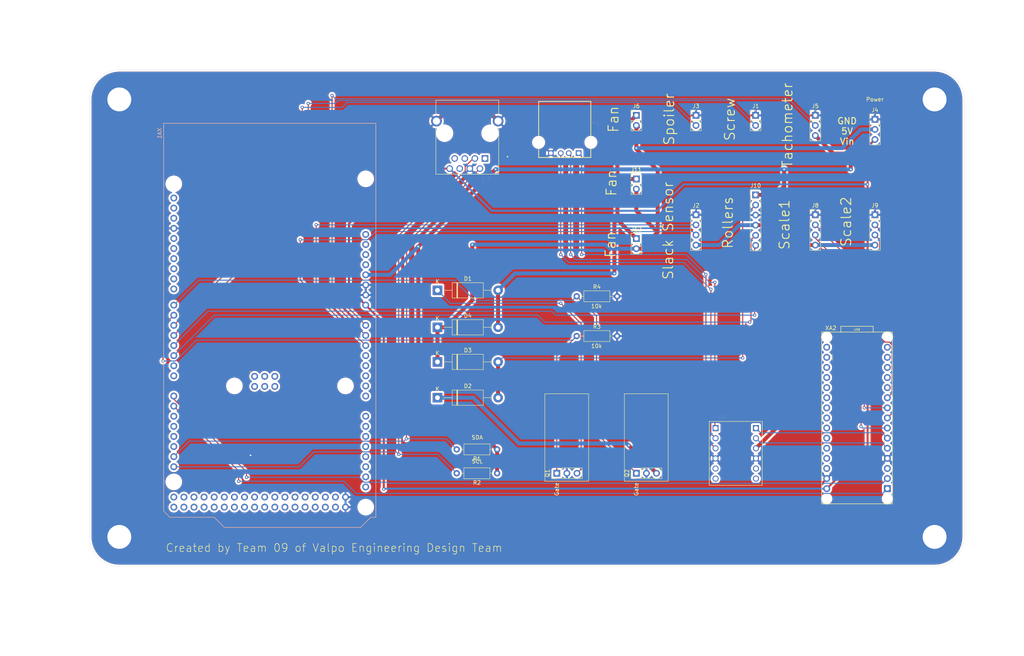
<source format=kicad_pcb>
(kicad_pcb (version 20171130) (host pcbnew "(5.1.6)-1")
  (layers (0 F.Cu signal) (31 B.Cu signal) (34 B.Paste user) (35 F.Paste user) (36 B.SilkS user) (37 F.SilkS user) (38 B.Mask user) (39 F.Mask user) (44 Edge.Cuts user))
  (net 0 "")
  (net 1 Fans-)
  (net 2 RollerMotor-)
  (net 3 ScrewMotor)
  (net 4 SlackS1)
  (net 5 SlackS0)
  (net 6 +3V3)
  (net 7 SpollerMotor)
  (net 8 TactSignal)
  (net 9 "Net-(J7-Pad7)")
  (net 10 "Net-(J7-Pad6)")
  (net 11 "Net-(J7-Pad5)")
  (net 12 SCL)
  (net 13 SDA)
  (net 14 ScaleCLK1)
  (net 15 ScaleD1)
  (net 16 ScaleCLK2)
  (net 17 ScaleD2)
  (net 18 EncoderB)
  (net 19 EncoderA)
  (net 20 "Net-(P1-Pad2)")
  (net 21 "Net-(P1-Pad1)")
  (net 22 FansSpeed)
  (net 23 "Net-(U1-PadHV4)")
  (net 24 "Net-(U1-PadHV3)")
  (net 25 DialCLK)
  (net 26 DialData)
  (net 27 "Net-(U1-PadLV4)")
  (net 28 "Net-(U1-PadLV3)")
  (net 29 "Net-(XA1-PadMISO)")
  (net 30 "Net-(XA1-PadD53)")
  (net 31 "Net-(XA1-PadD52)")
  (net 32 "Net-(XA1-PadD51)")
  (net 33 "Net-(XA1-PadD50)")
  (net 34 "Net-(XA1-PadD49)")
  (net 35 "Net-(XA1-PadD48)")
  (net 36 "Net-(XA1-PadD47)")
  (net 37 "Net-(XA1-PadD46)")
  (net 38 "Net-(XA1-PadD45)")
  (net 39 "Net-(XA1-PadD44)")
  (net 40 "Net-(XA1-PadD43)")
  (net 41 "Net-(XA1-PadD42)")
  (net 42 "Net-(XA1-PadD41)")
  (net 43 "Net-(XA1-PadD40)")
  (net 44 "Net-(XA1-PadD39)")
  (net 45 "Net-(XA1-PadD38)")
  (net 46 "Net-(XA1-PadD37)")
  (net 47 "Net-(XA1-PadD36)")
  (net 48 "Net-(XA1-PadD35)")
  (net 49 "Net-(XA1-PadD34)")
  (net 50 "Net-(XA1-PadD33)")
  (net 51 "Net-(XA1-PadD32)")
  (net 52 "Net-(XA1-PadD31)")
  (net 53 "Net-(XA1-PadD30)")
  (net 54 "Net-(XA1-PadD29)")
  (net 55 "Net-(XA1-PadD28)")
  (net 56 "Net-(XA1-PadD27)")
  (net 57 "Net-(XA1-PadD26)")
  (net 58 "Net-(XA1-PadA15)")
  (net 59 "Net-(XA1-PadA14)")
  (net 60 "Net-(XA1-PadA13)")
  (net 61 "Net-(XA1-PadA12)")
  (net 62 "Net-(XA1-PadA11)")
  (net 63 "Net-(XA1-PadA10)")
  (net 64 "Net-(XA1-PadA9)")
  (net 65 "Net-(XA1-PadA8)")
  (net 66 "Net-(XA1-PadA7)")
  (net 67 "Net-(XA1-PadA6)")
  (net 68 "Net-(XA1-PadA5)")
  (net 69 "Net-(XA1-PadA4)")
  (net 70 "Net-(XA1-PadA3)")
  (net 71 "Net-(XA1-PadAREF)")
  (net 72 "Net-(XA1-PadSDA)")
  (net 73 "Net-(XA1-PadSCL)")
  (net 74 "Net-(XA1-PadD9)")
  (net 75 "Net-(XA1-PadD8)")
  (net 76 "Net-(XA1-PadD1)")
  (net 77 "Net-(XA1-PadD0)")
  (net 78 "Net-(XA1-PadD16)")
  (net 79 "Net-(XA1-PadD17)")
  (net 80 "Net-(XA1-PadIORF)")
  (net 81 "Net-(XA1-PadRST1)")
  (net 82 Vin)
  (net 83 "Net-(XA1-Pad5V2)")
  (net 84 "Net-(XA1-PadSCK)")
  (net 85 "Net-(XA1-PadMOSI)")
  (net 86 "Net-(XA1-PadGND4)")
  (net 87 "Net-(XA1-PadRST2)")
  (net 88 "Net-(XA2-PadRST1)")
  (net 89 "Net-(XA2-PadD8)")
  (net 90 "Net-(XA2-PadD9)")
  (net 91 "Net-(XA2-PadD10)")
  (net 92 "Net-(XA2-PadD11)")
  (net 93 "Net-(XA2-PadD12)")
  (net 94 "Net-(XA2-PadD13)")
  (net 95 "Net-(XA2-PadAREF)")
  (net 96 "Net-(XA2-PadA0)")
  (net 97 "Net-(XA2-PadA1)")
  (net 98 "Net-(XA2-PadA2)")
  (net 99 "Net-(XA2-PadA3)")
  (net 100 "Net-(XA2-PadA4)")
  (net 101 "Net-(XA2-PadA5)")
  (net 102 "Net-(XA2-PadA6)")
  (net 103 "Net-(XA2-PadA7)")
  (net 104 "Net-(XA2-PadRST2)")
  (net 105 "Net-(XA1-PadD25)")
  (net 106 "Net-(XA1-PadD24)")
  (net 107 "Net-(XA1-PadD23)")
  (net 108 "Net-(XA1-PadD22)")
  (net 109 GND)
  (net 110 +5V)
  (net 111 "Net-(XA1-Pad5V4)")
  (net 112 "Net-(XA1-Pad5V3)")
  (net 113 "Net-(XA2-Pad5V)")
  (net 114 "Net-(D1-Pad1)")
  (net 115 "Net-(D2-Pad1)")
  (net 116 LV2)
  (net 117 "Net-(XA2-Pad3V3)")
  (net 118 "Net-(XA1-PadD11)")
  (net 119 "Net-(XA1-PadD12)")
  (net 120 "Net-(XA1-PadD13)")
  (net 121 "Net-(XA1-PadD10)")
  (net 122 UartToNano)
  (net 123 UartToMega)
  (net 124 "Net-(XA1-PadD18)")
  (net 125 "Net-(XA1-PadD19)")
  (net 126 RollerSpeed)
  (net 127 5Vin)
  (net 128 "Net-(J7-Pad1)")
  (module Arduino:Arduino_Mega2560_Shield (layer B.Cu) (at 109.5 46 270)
    (fp_text reference XA1 (at 2.54 54.356 270) (layer B.SilkS) (effects (justify mirror)))
    (fp_text value Arduino_Mega2560_Shield)
    (fp_text user . (at 62.484 32.004 270) (layer B.SilkS) (effects (justify mirror)))
    (pad MISO thru_hole oval (at 63.627 30.48 270) (size 1.7272 1.7272) (drill 1.016) (layers *.Cu *.Mask) (net 29 "Net-(XA1-PadMISO)"))
    (pad GND6 thru_hole oval (at 96.52 7.62 270) (size 1.7272 1.7272) (drill 1.016) (layers *.Cu *.Mask) (net 109 GND))
    (pad GND5 thru_hole oval (at 93.98 7.62 270) (size 1.7272 1.7272) (drill 1.016) (layers *.Cu *.Mask) (net 109 GND))
    (pad D53 thru_hole oval (at 96.52 10.16 270) (size 1.7272 1.7272) (drill 1.016) (layers *.Cu *.Mask) (net 30 "Net-(XA1-PadD53)"))
    (pad D52 thru_hole oval (at 93.98 10.16 270) (size 1.7272 1.7272) (drill 1.016) (layers *.Cu *.Mask) (net 31 "Net-(XA1-PadD52)"))
    (pad D51 thru_hole oval (at 96.52 12.7 270) (size 1.7272 1.7272) (drill 1.016) (layers *.Cu *.Mask) (net 32 "Net-(XA1-PadD51)"))
    (pad D50 thru_hole oval (at 93.98 12.7 270) (size 1.7272 1.7272) (drill 1.016) (layers *.Cu *.Mask) (net 33 "Net-(XA1-PadD50)"))
    (pad D49 thru_hole oval (at 96.52 15.24 270) (size 1.7272 1.7272) (drill 1.016) (layers *.Cu *.Mask) (net 34 "Net-(XA1-PadD49)"))
    (pad D48 thru_hole oval (at 93.98 15.24 270) (size 1.7272 1.7272) (drill 1.016) (layers *.Cu *.Mask) (net 35 "Net-(XA1-PadD48)"))
    (pad D47 thru_hole oval (at 96.52 17.78 270) (size 1.7272 1.7272) (drill 1.016) (layers *.Cu *.Mask) (net 36 "Net-(XA1-PadD47)"))
    (pad D46 thru_hole oval (at 93.98 17.78 270) (size 1.7272 1.7272) (drill 1.016) (layers *.Cu *.Mask) (net 37 "Net-(XA1-PadD46)"))
    (pad D45 thru_hole oval (at 96.52 20.32 270) (size 1.7272 1.7272) (drill 1.016) (layers *.Cu *.Mask) (net 38 "Net-(XA1-PadD45)"))
    (pad D44 thru_hole oval (at 93.98 20.32 270) (size 1.7272 1.7272) (drill 1.016) (layers *.Cu *.Mask) (net 39 "Net-(XA1-PadD44)"))
    (pad D43 thru_hole oval (at 96.52 22.86 270) (size 1.7272 1.7272) (drill 1.016) (layers *.Cu *.Mask) (net 40 "Net-(XA1-PadD43)"))
    (pad D42 thru_hole oval (at 93.98 22.86 270) (size 1.7272 1.7272) (drill 1.016) (layers *.Cu *.Mask) (net 41 "Net-(XA1-PadD42)"))
    (pad D41 thru_hole oval (at 96.52 25.4 270) (size 1.7272 1.7272) (drill 1.016) (layers *.Cu *.Mask) (net 42 "Net-(XA1-PadD41)"))
    (pad D40 thru_hole oval (at 93.98 25.4 270) (size 1.7272 1.7272) (drill 1.016) (layers *.Cu *.Mask) (net 43 "Net-(XA1-PadD40)"))
    (pad D39 thru_hole oval (at 96.52 27.94 270) (size 1.7272 1.7272) (drill 1.016) (layers *.Cu *.Mask) (net 44 "Net-(XA1-PadD39)"))
    (pad D38 thru_hole oval (at 93.98 27.94 270) (size 1.7272 1.7272) (drill 1.016) (layers *.Cu *.Mask) (net 45 "Net-(XA1-PadD38)"))
    (pad D37 thru_hole oval (at 96.52 30.48 270) (size 1.7272 1.7272) (drill 1.016) (layers *.Cu *.Mask) (net 46 "Net-(XA1-PadD37)"))
    (pad D36 thru_hole oval (at 93.98 30.48 270) (size 1.7272 1.7272) (drill 1.016) (layers *.Cu *.Mask) (net 47 "Net-(XA1-PadD36)"))
    (pad D35 thru_hole oval (at 96.52 33.02 270) (size 1.7272 1.7272) (drill 1.016) (layers *.Cu *.Mask) (net 48 "Net-(XA1-PadD35)"))
    (pad D34 thru_hole oval (at 93.98 33.02 270) (size 1.7272 1.7272) (drill 1.016) (layers *.Cu *.Mask) (net 49 "Net-(XA1-PadD34)"))
    (pad D33 thru_hole oval (at 96.52 35.56 270) (size 1.7272 1.7272) (drill 1.016) (layers *.Cu *.Mask) (net 50 "Net-(XA1-PadD33)"))
    (pad D32 thru_hole oval (at 93.98 35.56 270) (size 1.7272 1.7272) (drill 1.016) (layers *.Cu *.Mask) (net 51 "Net-(XA1-PadD32)"))
    (pad D31 thru_hole oval (at 96.52 38.1 270) (size 1.7272 1.7272) (drill 1.016) (layers *.Cu *.Mask) (net 52 "Net-(XA1-PadD31)"))
    (pad D30 thru_hole oval (at 93.98 38.1 270) (size 1.7272 1.7272) (drill 1.016) (layers *.Cu *.Mask) (net 53 "Net-(XA1-PadD30)"))
    (pad D29 thru_hole oval (at 96.52 40.64 270) (size 1.7272 1.7272) (drill 1.016) (layers *.Cu *.Mask) (net 54 "Net-(XA1-PadD29)"))
    (pad D28 thru_hole oval (at 93.98 40.64 270) (size 1.7272 1.7272) (drill 1.016) (layers *.Cu *.Mask) (net 55 "Net-(XA1-PadD28)"))
    (pad D27 thru_hole oval (at 96.52 43.18 270) (size 1.7272 1.7272) (drill 1.016) (layers *.Cu *.Mask) (net 56 "Net-(XA1-PadD27)"))
    (pad D26 thru_hole oval (at 93.98 43.18 270) (size 1.7272 1.7272) (drill 1.016) (layers *.Cu *.Mask) (net 57 "Net-(XA1-PadD26)"))
    (pad D25 thru_hole oval (at 96.52 45.72 270) (size 1.7272 1.7272) (drill 1.016) (layers *.Cu *.Mask) (net 105 "Net-(XA1-PadD25)"))
    (pad D24 thru_hole oval (at 93.98 45.72 270) (size 1.7272 1.7272) (drill 1.016) (layers *.Cu *.Mask) (net 106 "Net-(XA1-PadD24)"))
    (pad D23 thru_hole oval (at 96.52 48.26 270) (size 1.7272 1.7272) (drill 1.016) (layers *.Cu *.Mask) (net 107 "Net-(XA1-PadD23)"))
    (pad D22 thru_hole oval (at 93.98 48.26 270) (size 1.7272 1.7272) (drill 1.016) (layers *.Cu *.Mask) (net 108 "Net-(XA1-PadD22)"))
    (pad 5V4 thru_hole oval (at 96.52 50.8 270) (size 1.7272 1.7272) (drill 1.016) (layers *.Cu *.Mask) (net 111 "Net-(XA1-Pad5V4)"))
    (pad 5V3 thru_hole oval (at 93.98 50.8 270) (size 1.7272 1.7272) (drill 1.016) (layers *.Cu *.Mask) (net 112 "Net-(XA1-Pad5V3)"))
    (pad A15 thru_hole oval (at 91.44 2.54 270) (size 1.7272 1.7272) (drill 1.016) (layers *.Cu *.Mask) (net 58 "Net-(XA1-PadA15)"))
    (pad A14 thru_hole oval (at 88.9 2.54 270) (size 1.7272 1.7272) (drill 1.016) (layers *.Cu *.Mask) (net 59 "Net-(XA1-PadA14)"))
    (pad A13 thru_hole oval (at 86.36 2.54 270) (size 1.7272 1.7272) (drill 1.016) (layers *.Cu *.Mask) (net 60 "Net-(XA1-PadA13)"))
    (pad A12 thru_hole oval (at 83.82 2.54 270) (size 1.7272 1.7272) (drill 1.016) (layers *.Cu *.Mask) (net 61 "Net-(XA1-PadA12)"))
    (pad A11 thru_hole oval (at 81.28 2.54 270) (size 1.7272 1.7272) (drill 1.016) (layers *.Cu *.Mask) (net 62 "Net-(XA1-PadA11)"))
    (pad A10 thru_hole oval (at 78.74 2.54 270) (size 1.7272 1.7272) (drill 1.016) (layers *.Cu *.Mask) (net 63 "Net-(XA1-PadA10)"))
    (pad A9 thru_hole oval (at 76.2 2.54 270) (size 1.7272 1.7272) (drill 1.016) (layers *.Cu *.Mask) (net 64 "Net-(XA1-PadA9)"))
    (pad A8 thru_hole oval (at 73.66 2.54 270) (size 1.7272 1.7272) (drill 1.016) (layers *.Cu *.Mask) (net 65 "Net-(XA1-PadA8)"))
    (pad A7 thru_hole oval (at 68.58 2.54 270) (size 1.7272 1.7272) (drill 1.016) (layers *.Cu *.Mask) (net 66 "Net-(XA1-PadA7)"))
    (pad A6 thru_hole oval (at 66.04 2.54 270) (size 1.7272 1.7272) (drill 1.016) (layers *.Cu *.Mask) (net 67 "Net-(XA1-PadA6)"))
    (pad A5 thru_hole oval (at 63.5 2.54 270) (size 1.7272 1.7272) (drill 1.016) (layers *.Cu *.Mask) (net 68 "Net-(XA1-PadA5)"))
    (pad A4 thru_hole oval (at 60.96 2.54 270) (size 1.7272 1.7272) (drill 1.016) (layers *.Cu *.Mask) (net 69 "Net-(XA1-PadA4)"))
    (pad A3 thru_hole oval (at 58.42 2.54 270) (size 1.7272 1.7272) (drill 1.016) (layers *.Cu *.Mask) (net 70 "Net-(XA1-PadA3)"))
    (pad A2 thru_hole oval (at 55.88 2.54 270) (size 1.7272 1.7272) (drill 1.016) (layers *.Cu *.Mask) (net 4 SlackS1))
    (pad A1 thru_hole oval (at 53.34 2.54 270) (size 1.7272 1.7272) (drill 1.016) (layers *.Cu *.Mask) (net 5 SlackS0))
    (pad "" thru_hole oval (at 27.94 2.54 270) (size 1.7272 1.7272) (drill 1.016) (layers *.Cu *.Mask))
    (pad D11 thru_hole oval (at 34.036 50.8 270) (size 1.7272 1.7272) (drill 1.016) (layers *.Cu *.Mask) (net 118 "Net-(XA1-PadD11)"))
    (pad D12 thru_hole oval (at 31.496 50.8 270) (size 1.7272 1.7272) (drill 1.016) (layers *.Cu *.Mask) (net 119 "Net-(XA1-PadD12)"))
    (pad D13 thru_hole oval (at 28.956 50.8 270) (size 1.7272 1.7272) (drill 1.016) (layers *.Cu *.Mask) (net 120 "Net-(XA1-PadD13)"))
    (pad AREF thru_hole oval (at 23.876 50.8 270) (size 1.7272 1.7272) (drill 1.016) (layers *.Cu *.Mask) (net 71 "Net-(XA1-PadAREF)"))
    (pad SDA thru_hole oval (at 21.336 50.8 270) (size 1.7272 1.7272) (drill 1.016) (layers *.Cu *.Mask) (net 72 "Net-(XA1-PadSDA)"))
    (pad SCL thru_hole oval (at 18.796 50.8 270) (size 1.7272 1.7272) (drill 1.016) (layers *.Cu *.Mask) (net 73 "Net-(XA1-PadSCL)"))
    (pad "" np_thru_hole circle (at 13.97 2.54 270) (size 3.2 3.2) (drill 3.2) (layers *.Cu *.Mask))
    (pad "" np_thru_hole circle (at 96.52 2.54 270) (size 3.2 3.2) (drill 3.2) (layers *.Cu *.Mask))
    (pad "" np_thru_hole circle (at 15.24 50.8 270) (size 3.2 3.2) (drill 3.2) (layers *.Cu *.Mask))
    (pad "" np_thru_hole circle (at 90.17 50.8 270) (size 3.2 3.2) (drill 3.2) (layers *.Cu *.Mask))
    (pad "" np_thru_hole circle (at 66.04 35.56 270) (size 3.2 3.2) (drill 3.2) (layers *.Cu *.Mask))
    (pad "" np_thru_hole circle (at 66.04 7.62 270) (size 3.2 3.2) (drill 3.2) (layers *.Cu *.Mask))
    (pad D10 thru_hole oval (at 36.576 50.8 270) (size 1.7272 1.7272) (drill 1.016) (layers *.Cu *.Mask) (net 121 "Net-(XA1-PadD10)"))
    (pad D9 thru_hole oval (at 39.116 50.8 270) (size 1.7272 1.7272) (drill 1.016) (layers *.Cu *.Mask) (net 74 "Net-(XA1-PadD9)"))
    (pad D8 thru_hole oval (at 41.656 50.8 270) (size 1.7272 1.7272) (drill 1.016) (layers *.Cu *.Mask) (net 75 "Net-(XA1-PadD8)"))
    (pad GND1 thru_hole oval (at 26.416 50.8 270) (size 1.7272 1.7272) (drill 1.016) (layers *.Cu *.Mask) (net 109 GND))
    (pad D7 thru_hole oval (at 45.72 50.8 270) (size 1.7272 1.7272) (drill 1.016) (layers *.Cu *.Mask) (net 126 RollerSpeed))
    (pad D6 thru_hole oval (at 48.26 50.8 270) (size 1.7272 1.7272) (drill 1.016) (layers *.Cu *.Mask) (net 22 FansSpeed))
    (pad D5 thru_hole oval (at 50.8 50.8 270) (size 1.7272 1.7272) (drill 1.016) (layers *.Cu *.Mask) (net 7 SpollerMotor))
    (pad D4 thru_hole oval (at 53.34 50.8 270) (size 1.7272 1.7272) (drill 1.016) (layers *.Cu *.Mask) (net 3 ScrewMotor))
    (pad D3 thru_hole oval (at 55.88 50.8 270) (size 1.7272 1.7272) (drill 1.016) (layers *.Cu *.Mask) (net 18 EncoderB))
    (pad D2 thru_hole oval (at 58.42 50.8 270) (size 1.7272 1.7272) (drill 1.016) (layers *.Cu *.Mask) (net 19 EncoderA))
    (pad D1 thru_hole oval (at 60.96 50.8 270) (size 1.7272 1.7272) (drill 1.016) (layers *.Cu *.Mask) (net 76 "Net-(XA1-PadD1)"))
    (pad D0 thru_hole oval (at 63.5 50.8 270) (size 1.7272 1.7272) (drill 1.016) (layers *.Cu *.Mask) (net 77 "Net-(XA1-PadD0)"))
    (pad D14 thru_hole oval (at 68.58 50.8 270) (size 1.7272 1.7272) (drill 1.016) (layers *.Cu *.Mask) (net 122 UartToNano))
    (pad D15 thru_hole oval (at 71.12 50.8 270) (size 1.7272 1.7272) (drill 1.016) (layers *.Cu *.Mask) (net 123 UartToMega))
    (pad D16 thru_hole oval (at 73.66 50.8 270) (size 1.7272 1.7272) (drill 1.016) (layers *.Cu *.Mask) (net 78 "Net-(XA1-PadD16)"))
    (pad D17 thru_hole oval (at 76.2 50.8 270) (size 1.7272 1.7272) (drill 1.016) (layers *.Cu *.Mask) (net 79 "Net-(XA1-PadD17)"))
    (pad D18 thru_hole oval (at 78.74 50.8 270) (size 1.7272 1.7272) (drill 1.016) (layers *.Cu *.Mask) (net 124 "Net-(XA1-PadD18)"))
    (pad D19 thru_hole oval (at 81.28 50.8 270) (size 1.7272 1.7272) (drill 1.016) (layers *.Cu *.Mask) (net 125 "Net-(XA1-PadD19)"))
    (pad D20 thru_hole oval (at 83.82 50.8 270) (size 1.7272 1.7272) (drill 1.016) (layers *.Cu *.Mask) (net 13 SDA))
    (pad D21 thru_hole oval (at 86.36 50.8 270) (size 1.7272 1.7272) (drill 1.016) (layers *.Cu *.Mask) (net 12 SCL))
    (pad IORF thru_hole oval (at 30.48 2.54 270) (size 1.7272 1.7272) (drill 1.016) (layers *.Cu *.Mask) (net 80 "Net-(XA1-PadIORF)"))
    (pad RST1 thru_hole oval (at 33.02 2.54 270) (size 1.7272 1.7272) (drill 1.016) (layers *.Cu *.Mask) (net 81 "Net-(XA1-PadRST1)"))
    (pad 3V3 thru_hole oval (at 35.56 2.54 270) (size 1.7272 1.7272) (drill 1.016) (layers *.Cu *.Mask) (net 6 +3V3))
    (pad 5V1 thru_hole oval (at 38.1 2.54 270) (size 1.7272 1.7272) (drill 1.016) (layers *.Cu *.Mask) (net 110 +5V))
    (pad GND2 thru_hole oval (at 40.64 2.54 270) (size 1.7272 1.7272) (drill 1.016) (layers *.Cu *.Mask) (net 109 GND))
    (pad GND3 thru_hole oval (at 43.18 2.54 270) (size 1.7272 1.7272) (drill 1.016) (layers *.Cu *.Mask) (net 109 GND))
    (pad VIN thru_hole oval (at 45.72 2.54 270) (size 1.7272 1.7272) (drill 1.016) (layers *.Cu *.Mask) (net 82 Vin))
    (pad A0 thru_hole oval (at 50.8 2.54 270) (size 1.7272 1.7272) (drill 1.016) (layers *.Cu *.Mask) (net 8 TactSignal))
    (pad 5V2 thru_hole oval (at 66.167 30.48 270) (size 1.7272 1.7272) (drill 1.016) (layers *.Cu *.Mask) (net 83 "Net-(XA1-Pad5V2)"))
    (pad SCK thru_hole oval (at 63.627 27.94 270) (size 1.7272 1.7272) (drill 1.016) (layers *.Cu *.Mask) (net 84 "Net-(XA1-PadSCK)"))
    (pad MOSI thru_hole oval (at 66.167 27.94 270) (size 1.7272 1.7272) (drill 1.016) (layers *.Cu *.Mask) (net 85 "Net-(XA1-PadMOSI)"))
    (pad GND4 thru_hole oval (at 66.167 25.4 270) (size 1.7272 1.7272) (drill 1.016) (layers *.Cu *.Mask) (net 86 "Net-(XA1-PadGND4)"))
    (pad RST2 thru_hole oval (at 63.627 25.4 270) (size 1.7272 1.7272) (drill 1.016) (layers *.Cu *.Mask) (net 87 "Net-(XA1-PadRST2)"))
  )
  (module Diode_THT:D_DO-15_P15.24mm_Horizontal (layer F.Cu) (at 125 97.3)
    (fp_text reference D4 (at 7.62 -2.92) (layer F.SilkS))
    (fp_text value D)
    (fp_text user K (at 0 -2.2) (layer F.SilkS))
    (pad 2 thru_hole oval (at 15.24 0) (size 2.4 2.4) (drill 1.2) (layers *.Cu *.Mask) (net 1 Fans-))
    (pad 1 thru_hole rect (at 0 0) (size 2.4 2.4) (drill 1.2) (layers *.Cu *.Mask) (net 127 5Vin))
  )
  (module Diode_THT:D_DO-15_P15.24mm_Horizontal (layer F.Cu) (at 125 106)
    (fp_text reference D3 (at 7.62 -2.92) (layer F.SilkS))
    (fp_text value D)
    (fp_text user K (at 0 -2.2) (layer F.SilkS))
    (pad 2 thru_hole oval (at 15.24 0) (size 2.4 2.4) (drill 1.2) (layers *.Cu *.Mask) (net 2 RollerMotor-))
    (pad 1 thru_hole rect (at 0 0) (size 2.4 2.4) (drill 1.2) (layers *.Cu *.Mask) (net 127 5Vin))
  )
  (module Diode_THT:D_DO-15_P15.24mm_Horizontal (layer F.Cu) (at 125 115)
    (fp_text reference D2 (at 7.62 -2.92) (layer F.SilkS))
    (fp_text value D)
    (fp_text user K (at 0 -2.2) (layer F.SilkS))
    (pad 2 thru_hole oval (at 15.24 0) (size 2.4 2.4) (drill 1.2) (layers *.Cu *.Mask) (net 2 RollerMotor-))
    (pad 1 thru_hole rect (at 0 0) (size 2.4 2.4) (drill 1.2) (layers *.Cu *.Mask) (net 115 "Net-(D2-Pad1)"))
  )
  (module Diode_THT:D_DO-15_P15.24mm_Horizontal (layer F.Cu) (at 125 88)
    (fp_text reference D1 (at 7.62 -2.92) (layer F.SilkS))
    (fp_text value D)
    (fp_text user K (at 0 -2.2) (layer F.SilkS))
    (pad 2 thru_hole oval (at 15.24 0) (size 2.4 2.4) (drill 1.2) (layers *.Cu *.Mask) (net 1 Fans-))
    (pad 1 thru_hole rect (at 0 0) (size 2.4 2.4) (drill 1.2) (layers *.Cu *.Mask) (net 114 "Net-(D1-Pad1)"))
  )
  (module Connector_PinHeader_2.54mm:PinHeader_1x02_P2.54mm_Vertical (layer F.Cu) (at 175 75)
    (fp_text reference J12 (at 0 -2.33) (layer F.SilkS))
    (fp_text value Conn_01x02_Male)
    (pad 2 thru_hole oval (at 0 2.54) (size 1.7 1.7) (drill 1) (layers *.Cu *.Mask) (net 127 5Vin))
    (pad 1 thru_hole rect (at 0 0) (size 1.7 1.7) (drill 1) (layers *.Cu *.Mask) (net 1 Fans-))
  )
  (module Connector_PinHeader_2.54mm:PinHeader_1x02_P2.54mm_Vertical (layer F.Cu) (at 175 60)
    (fp_text reference J11 (at 0 -2.33) (layer F.SilkS))
    (fp_text value Conn_01x02_Male)
    (pad 2 thru_hole oval (at 0 2.54) (size 1.7 1.7) (drill 1) (layers *.Cu *.Mask) (net 127 5Vin))
    (pad 1 thru_hole rect (at 0 0) (size 1.7 1.7) (drill 1) (layers *.Cu *.Mask) (net 1 Fans-))
  )
  (module Connector_PinHeader_2.54mm:PinHeader_1x03_P2.54mm_Vertical (layer F.Cu) (at 235 45)
    (fp_text reference J4 (at 0 -2.33) (layer F.SilkS))
    (fp_text value Conn_01x03_Male)
    (pad 3 thru_hole oval (at 0 5.08) (size 1.7 1.7) (drill 1) (layers *.Cu *.Mask) (net 82 Vin))
    (pad 2 thru_hole oval (at 0 2.54) (size 1.7 1.7) (drill 1) (layers *.Cu *.Mask) (net 127 5Vin))
    (pad 1 thru_hole rect (at 0 0) (size 1.7 1.7) (drill 1) (layers *.Cu *.Mask) (net 109 GND))
  )
  (module Connector_PinHeader_2.54mm:PinHeader_1x03_P2.54mm_Vertical (layer F.Cu) (at 175 134 90)
    (fp_text reference Q2 (at 0 -2.33 90) (layer F.SilkS))
    (fp_text value 2N7002)
    (pad 3 thru_hole oval (at 0 5.08 90) (size 1.7 1.7) (drill 1) (layers *.Cu *.Mask) (net 115 "Net-(D2-Pad1)"))
    (pad 2 thru_hole oval (at 0 2.54 90) (size 1.7 1.7) (drill 1) (layers *.Cu *.Mask) (net 109 GND))
    (pad 1 thru_hole rect (at 0 0 90) (size 1.7 1.7) (drill 1) (layers *.Cu *.Mask) (net 126 RollerSpeed))
  )
  (module Connector_PinHeader_2.54mm:PinHeader_1x03_P2.54mm_Vertical (layer F.Cu) (at 155 134 90)
    (fp_text reference Q1 (at 0 -2.33 90) (layer F.SilkS))
    (fp_text value 2N7002)
    (pad 3 thru_hole oval (at 0 5.08 90) (size 1.7 1.7) (drill 1) (layers *.Cu *.Mask) (net 114 "Net-(D1-Pad1)"))
    (pad 2 thru_hole oval (at 0 2.54 90) (size 1.7 1.7) (drill 1) (layers *.Cu *.Mask) (net 109 GND))
    (pad 1 thru_hole rect (at 0 0 90) (size 1.7 1.7) (drill 1) (layers *.Cu *.Mask) (net 22 FansSpeed))
  )
  (module Arduino:Arduino_Nano_Socket (layer F.Cu) (at 230.5 98.5 180)
    (fp_text reference XA2 (at 6.604 1.016) (layer F.SilkS))
    (fp_text value Arduino_Nano_Socket)
    (fp_text user 3.3V (at 6.35 -6.35 90) (layer F.SilkS) (effects (font (size 0.5 0.5) (thickness 0.075))))
    (fp_text user USB (at 0 0.635) (layer F.SilkS) (effects (font (size 0.5 0.5) (thickness 0.075))))
    (pad "" np_thru_hole circle (at 7.62 -1.27 180) (size 1.85 1.85) (drill 1.85) (layers *.Cu *.Mask))
    (pad "" np_thru_hole circle (at -7.62 -1.27 180) (size 1.85 1.85) (drill 1.85) (layers *.Cu *.Mask))
    (pad "" np_thru_hole circle (at 7.62 -41.91 180) (size 1.85 1.85) (drill 1.85) (layers *.Cu *.Mask))
    (pad "" np_thru_hole circle (at -7.62 -41.91 180) (size 1.85 1.85) (drill 1.85) (layers *.Cu *.Mask))
    (pad D1 thru_hole rect (at -7.62 -39.37 180) (size 1.7272 1.7272) (drill 1.016) (layers *.Cu *.Mask) (net 123 UartToMega))
    (pad D0 thru_hole circle (at -7.62 -36.83 180) (size 1.7272 1.7272) (drill 1.016) (layers *.Cu *.Mask) (net 122 UartToNano))
    (pad RST1 thru_hole circle (at -7.62 -34.29 180) (size 1.7272 1.7272) (drill 1.016) (layers *.Cu *.Mask) (net 88 "Net-(XA2-PadRST1)"))
    (pad GND1 thru_hole circle (at -7.62 -31.75 180) (size 1.7272 1.7272) (drill 1.016) (layers *.Cu *.Mask) (net 109 GND))
    (pad D2 thru_hole circle (at -7.62 -29.21 180) (size 1.7272 1.7272) (drill 1.016) (layers *.Cu *.Mask) (net 26 DialData))
    (pad D3 thru_hole circle (at -7.62 -26.67 180) (size 1.7272 1.7272) (drill 1.016) (layers *.Cu *.Mask) (net 25 DialCLK))
    (pad D4 thru_hole circle (at -7.62 -24.13 180) (size 1.7272 1.7272) (drill 1.016) (layers *.Cu *.Mask) (net 14 ScaleCLK1))
    (pad D5 thru_hole circle (at -7.62 -21.59 180) (size 1.7272 1.7272) (drill 1.016) (layers *.Cu *.Mask) (net 17 ScaleD2))
    (pad D6 thru_hole circle (at -7.62 -19.05 180) (size 1.7272 1.7272) (drill 1.016) (layers *.Cu *.Mask) (net 15 ScaleD1))
    (pad D7 thru_hole circle (at -7.62 -16.51 180) (size 1.7272 1.7272) (drill 1.016) (layers *.Cu *.Mask) (net 16 ScaleCLK2))
    (pad D8 thru_hole circle (at -7.62 -13.97 180) (size 1.7272 1.7272) (drill 1.016) (layers *.Cu *.Mask) (net 89 "Net-(XA2-PadD8)"))
    (pad D9 thru_hole circle (at -7.62 -11.43 180) (size 1.7272 1.7272) (drill 1.016) (layers *.Cu *.Mask) (net 90 "Net-(XA2-PadD9)"))
    (pad D10 thru_hole circle (at -7.62 -8.89 180) (size 1.7272 1.7272) (drill 1.016) (layers *.Cu *.Mask) (net 91 "Net-(XA2-PadD10)"))
    (pad D11 thru_hole circle (at -7.62 -6.35 180) (size 1.7272 1.7272) (drill 1.016) (layers *.Cu *.Mask) (net 92 "Net-(XA2-PadD11)"))
    (pad D12 thru_hole circle (at -7.62 -3.81 180) (size 1.7272 1.7272) (drill 1.016) (layers *.Cu *.Mask) (net 93 "Net-(XA2-PadD12)"))
    (pad D13 thru_hole circle (at 7.62 -3.81 180) (size 1.7272 1.7272) (drill 1.016) (layers *.Cu *.Mask) (net 94 "Net-(XA2-PadD13)"))
    (pad 3V3 thru_hole circle (at 7.62 -6.35 180) (size 1.7272 1.7272) (drill 1.016) (layers *.Cu *.Mask) (net 117 "Net-(XA2-Pad3V3)"))
    (pad AREF thru_hole circle (at 7.62 -8.89 180) (size 1.7272 1.7272) (drill 1.016) (layers *.Cu *.Mask) (net 95 "Net-(XA2-PadAREF)"))
    (pad A0 thru_hole circle (at 7.62 -11.43 180) (size 1.7272 1.7272) (drill 1.016) (layers *.Cu *.Mask) (net 96 "Net-(XA2-PadA0)"))
    (pad A1 thru_hole circle (at 7.62 -13.97 180) (size 1.7272 1.7272) (drill 1.016) (layers *.Cu *.Mask) (net 97 "Net-(XA2-PadA1)"))
    (pad A2 thru_hole circle (at 7.62 -16.51 180) (size 1.7272 1.7272) (drill 1.016) (layers *.Cu *.Mask) (net 98 "Net-(XA2-PadA2)"))
    (pad A3 thru_hole circle (at 7.62 -19.05 180) (size 1.7272 1.7272) (drill 1.016) (layers *.Cu *.Mask) (net 99 "Net-(XA2-PadA3)"))
    (pad A4 thru_hole circle (at 7.62 -21.59 180) (size 1.7272 1.7272) (drill 1.016) (layers *.Cu *.Mask) (net 100 "Net-(XA2-PadA4)"))
    (pad A5 thru_hole circle (at 7.62 -24.13 180) (size 1.7272 1.7272) (drill 1.016) (layers *.Cu *.Mask) (net 101 "Net-(XA2-PadA5)"))
    (pad A6 thru_hole circle (at 7.62 -26.67 180) (size 1.7272 1.7272) (drill 1.016) (layers *.Cu *.Mask) (net 102 "Net-(XA2-PadA6)"))
    (pad A7 thru_hole circle (at 7.62 -29.21 180) (size 1.7272 1.7272) (drill 1.016) (layers *.Cu *.Mask) (net 103 "Net-(XA2-PadA7)"))
    (pad 5V thru_hole circle (at 7.62 -31.75 180) (size 1.7272 1.7272) (drill 1.016) (layers *.Cu *.Mask) (net 113 "Net-(XA2-Pad5V)"))
    (pad RST2 thru_hole circle (at 7.62 -34.29 180) (size 1.7272 1.7272) (drill 1.016) (layers *.Cu *.Mask) (net 104 "Net-(XA2-PadRST2)"))
    (pad GND2 thru_hole circle (at 7.62 -36.83 180) (size 1.7272 1.7272) (drill 1.016) (layers *.Cu *.Mask) (net 109 GND))
    (pad VIN thru_hole circle (at 7.62 -39.37 180) (size 1.7272 1.7272) (drill 1.016) (layers *.Cu *.Mask) (net 82 Vin))
  )
  (module BOB-12009:CONV_BOB-12009 (layer F.Cu) (at 200 129)
    (fp_text reference U1 (at -3.325 -9.135) (layer F.SilkS) (effects (font (thickness 0.015))))
    (fp_text value BOB-12009)
    (pad HV4 thru_hole circle (at 5.08 6.35) (size 1.524 1.524) (drill 1.016) (layers *.Cu *.Mask) (net 23 "Net-(U1-PadHV4)"))
    (pad HV3 thru_hole circle (at 5.08 3.81) (size 1.524 1.524) (drill 1.016) (layers *.Cu *.Mask) (net 24 "Net-(U1-PadHV3)"))
    (pad GND_1 thru_hole circle (at 5.08 1.27) (size 1.524 1.524) (drill 1.016) (layers *.Cu *.Mask) (net 109 GND))
    (pad HV thru_hole circle (at 5.08 -1.27) (size 1.524 1.524) (drill 1.016) (layers *.Cu *.Mask) (net 110 +5V))
    (pad HV2 thru_hole circle (at 5.08 -3.81) (size 1.524 1.524) (drill 1.016) (layers *.Cu *.Mask) (net 26 DialData))
    (pad HV1 thru_hole rect (at 5.08 -6.35) (size 1.524 1.524) (drill 1.016) (layers *.Cu *.Mask) (net 25 DialCLK))
    (pad LV4 thru_hole circle (at -5.08 6.35) (size 1.524 1.524) (drill 1.016) (layers *.Cu *.Mask) (net 27 "Net-(U1-PadLV4)"))
    (pad LV3 thru_hole circle (at -5.08 3.81) (size 1.524 1.524) (drill 1.016) (layers *.Cu *.Mask) (net 28 "Net-(U1-PadLV3)"))
    (pad GND_2 thru_hole circle (at -5.08 1.27) (size 1.524 1.524) (drill 1.016) (layers *.Cu *.Mask) (net 109 GND))
    (pad LV thru_hole circle (at -5.08 -1.27) (size 1.524 1.524) (drill 1.016) (layers *.Cu *.Mask) (net 21 "Net-(P1-Pad1)"))
    (pad LV2 thru_hole circle (at -5.08 -3.81) (size 1.524 1.524) (drill 1.016) (layers *.Cu *.Mask) (net 116 LV2))
    (pad LV1 thru_hole rect (at -5.08 -6.35) (size 1.524 1.524) (drill 1.016) (layers *.Cu *.Mask) (net 20 "Net-(P1-Pad2)"))
  )
  (module Resistor_THT:R_Axial_DIN0207_L6.3mm_D2.5mm_P10.16mm_Horizontal (layer F.Cu) (at 160 89.5)
    (fp_text reference R4 (at 5.08 -2.37) (layer F.SilkS))
    (fp_text value 10k)
    (pad 2 thru_hole oval (at 10.16 0) (size 1.6 1.6) (drill 0.8) (layers *.Cu *.Mask) (net 109 GND))
    (pad 1 thru_hole circle (at 0 0) (size 1.6 1.6) (drill 0.8) (layers *.Cu *.Mask) (net 126 RollerSpeed))
  )
  (module Resistor_THT:R_Axial_DIN0207_L6.3mm_D2.5mm_P10.16mm_Horizontal (layer F.Cu) (at 160 99.5)
    (fp_text reference R3 (at 5.08 -2.37) (layer F.SilkS))
    (fp_text value 10k)
    (pad 2 thru_hole oval (at 10.16 0) (size 1.6 1.6) (drill 0.8) (layers *.Cu *.Mask) (net 109 GND))
    (pad 1 thru_hole circle (at 0 0) (size 1.6 1.6) (drill 0.8) (layers *.Cu *.Mask) (net 22 FansSpeed))
  )
  (module Resistor_THT:R_Axial_DIN0207_L6.3mm_D2.5mm_P10.16mm_Horizontal (layer F.Cu) (at 140 134 180)
    (fp_text reference R2 (at 5.08 -2.37) (layer F.SilkS))
    (fp_text value R)
    (pad 2 thru_hole oval (at 10.16 0 180) (size 1.6 1.6) (drill 0.8) (layers *.Cu *.Mask) (net 12 SCL))
    (pad 1 thru_hole circle (at 0 0 180) (size 1.6 1.6) (drill 0.8) (layers *.Cu *.Mask) (net 110 +5V))
  )
  (module Resistor_THT:R_Axial_DIN0207_L6.3mm_D2.5mm_P10.16mm_Horizontal (layer F.Cu) (at 140 128 180)
    (fp_text reference R1 (at 5.08 -2.37) (layer F.SilkS))
    (fp_text value R)
    (pad 2 thru_hole oval (at 10.16 0 180) (size 1.6 1.6) (drill 0.8) (layers *.Cu *.Mask) (net 13 SDA))
    (pad 1 thru_hole circle (at 0 0 180) (size 1.6 1.6) (drill 0.8) (layers *.Cu *.Mask) (net 110 +5V))
  )
  (module USB-A1HSW6:OST_USB-A1HSW6 (layer F.Cu) (at 157 47 180)
    (fp_text reference P1 (at -7.84845 1.02676 180) (layer F.SilkS) (effects (font (size 1.001717 1.001717) (thickness 0.015))))
    (fp_text value USB-A1HSW6)
    (pad None np_thru_hole circle (at 6.57 -3.8 180) (size 2.3 2.3) (drill 2.3) (layers *.Cu *.Mask))
    (pad None np_thru_hole circle (at -6.57 -3.8 180) (size 2.3 2.3) (drill 2.3) (layers *.Cu *.Mask))
    (pad 4 thru_hole circle (at 3.5 -6.51 180) (size 1.428 1.428) (drill 0.92) (layers *.Cu *.Mask) (net 109 GND))
    (pad 3 thru_hole circle (at 1 -6.51 180) (size 1.428 1.428) (drill 0.92) (layers *.Cu *.Mask) (net 116 LV2))
    (pad 2 thru_hole circle (at -1 -6.51 180) (size 1.428 1.428) (drill 0.92) (layers *.Cu *.Mask) (net 20 "Net-(P1-Pad2)"))
    (pad 1 thru_hole rect (at -3.5 -6.51 180) (size 1.428 1.428) (drill 0.92) (layers *.Cu *.Mask) (net 21 "Net-(P1-Pad1)"))
  )
  (module Connector_PinHeader_2.54mm:PinHeader_1x06_P2.54mm_Vertical (layer F.Cu) (at 205 64)
    (fp_text reference J10 (at 0 -2.33) (layer F.SilkS))
    (fp_text value Conn_01x06_Male)
    (pad 6 thru_hole oval (at 0 12.7) (size 1.7 1.7) (drill 1) (layers *.Cu *.Mask) (net 18 EncoderB))
    (pad 5 thru_hole oval (at 0 10.16) (size 1.7 1.7) (drill 1) (layers *.Cu *.Mask) (net 19 EncoderA))
    (pad 4 thru_hole oval (at 0 7.62) (size 1.7 1.7) (drill 1) (layers *.Cu *.Mask) (net 110 +5V))
    (pad 3 thru_hole oval (at 0 5.08) (size 1.7 1.7) (drill 1) (layers *.Cu *.Mask) (net 109 GND))
    (pad 2 thru_hole oval (at 0 2.54) (size 1.7 1.7) (drill 1) (layers *.Cu *.Mask) (net 2 RollerMotor-))
    (pad 1 thru_hole rect (at 0 0) (size 1.7 1.7) (drill 1) (layers *.Cu *.Mask) (net 110 +5V))
  )
  (module Connector_PinHeader_2.54mm:PinHeader_1x04_P2.54mm_Vertical (layer F.Cu) (at 235 69)
    (fp_text reference J9 (at 0 -2.33) (layer F.SilkS))
    (fp_text value Conn_01x04_Male)
    (pad 4 thru_hole oval (at 0 7.62) (size 1.7 1.7) (drill 1) (layers *.Cu *.Mask) (net 110 +5V))
    (pad 3 thru_hole oval (at 0 5.08) (size 1.7 1.7) (drill 1) (layers *.Cu *.Mask) (net 16 ScaleCLK2))
    (pad 2 thru_hole oval (at 0 2.54) (size 1.7 1.7) (drill 1) (layers *.Cu *.Mask) (net 17 ScaleD2))
    (pad 1 thru_hole rect (at 0 0) (size 1.7 1.7) (drill 1) (layers *.Cu *.Mask) (net 109 GND))
  )
  (module Connector_PinHeader_2.54mm:PinHeader_1x04_P2.54mm_Vertical (layer F.Cu) (at 220 69)
    (fp_text reference J8 (at 0 -2.33) (layer F.SilkS))
    (fp_text value Conn_01x04_Male)
    (pad 4 thru_hole oval (at 0 7.62) (size 1.7 1.7) (drill 1) (layers *.Cu *.Mask) (net 110 +5V))
    (pad 3 thru_hole oval (at 0 5.08) (size 1.7 1.7) (drill 1) (layers *.Cu *.Mask) (net 14 ScaleCLK1))
    (pad 2 thru_hole oval (at 0 2.54) (size 1.7 1.7) (drill 1) (layers *.Cu *.Mask) (net 15 ScaleD1))
    (pad 1 thru_hole rect (at 0 0) (size 1.7 1.7) (drill 1) (layers *.Cu *.Mask) (net 109 GND))
  )
  (module A-2004-2-4-LPS-N-R:ASSMANN_A-2004-2-4-LPS-N-R (layer F.Cu) (at 132.5 48.5 180)
    (fp_text reference J7 (at -4.555 -11.889) (layer F.SilkS) (effects (font (size 1.4 1.4) (thickness 0.015))))
    (fp_text value A-2004-2-4-LPS-N-R)
    (pad S2 thru_hole circle (at 7.75 3.05 180) (size 2.7 2.7) (drill 1.8) (layers *.Cu *.Mask) (net 109 GND))
    (pad S1 thru_hole circle (at -7.75 3.05 180) (size 2.7 2.7) (drill 1.8) (layers *.Cu *.Mask) (net 109 GND))
    (pad 8 thru_hole circle (at 4.445 -8.89 180) (size 1.65 1.65) (drill 1.1) (layers *.Cu *.Mask) (net 82 Vin))
    (pad 7 thru_hole circle (at 3.175 -6.35 180) (size 1.65 1.65) (drill 1.1) (layers *.Cu *.Mask) (net 9 "Net-(J7-Pad7)"))
    (pad 6 thru_hole circle (at 1.905 -8.89 180) (size 1.65 1.65) (drill 1.1) (layers *.Cu *.Mask) (net 10 "Net-(J7-Pad6)"))
    (pad 5 thru_hole circle (at 0.635 -6.35 180) (size 1.65 1.65) (drill 1.1) (layers *.Cu *.Mask) (net 11 "Net-(J7-Pad5)"))
    (pad 4 thru_hole circle (at -0.635 -8.89 180) (size 1.65 1.65) (drill 1.1) (layers *.Cu *.Mask) (net 109 GND))
    (pad 3 thru_hole circle (at -1.905 -6.35 180) (size 1.65 1.65) (drill 1.1) (layers *.Cu *.Mask) (net 12 SCL))
    (pad 2 thru_hole circle (at -3.175 -8.89 180) (size 1.65 1.65) (drill 1.1) (layers *.Cu *.Mask) (net 13 SDA))
    (pad 1 thru_hole rect (at -4.445 -6.35 180) (size 1.65 1.65) (drill 1.1) (layers *.Cu *.Mask) (net 128 "Net-(J7-Pad1)"))
    (pad None np_thru_hole circle (at 5.715 0 180) (size 3.4 3.4) (drill 3.4) (layers *.Cu *.Mask))
    (pad None np_thru_hole circle (at -5.715 0 180) (size 3.4 3.4) (drill 3.4) (layers *.Cu *.Mask))
  )
  (module Connector_PinHeader_2.54mm:PinHeader_1x02_P2.54mm_Vertical (layer F.Cu) (at 175 44)
    (fp_text reference J6 (at 0 -2.33) (layer F.SilkS))
    (fp_text value Conn_01x02_Male)
    (pad 2 thru_hole oval (at 0 2.54) (size 1.7 1.7) (drill 1) (layers *.Cu *.Mask) (net 127 5Vin))
    (pad 1 thru_hole rect (at 0 0) (size 1.7 1.7) (drill 1) (layers *.Cu *.Mask) (net 1 Fans-))
  )
  (module Connector_PinHeader_2.54mm:PinHeader_1x03_P2.54mm_Vertical (layer F.Cu) (at 220 44)
    (fp_text reference J5 (at 0 -2.33) (layer F.SilkS))
    (fp_text value Conn_01x03_Male)
    (pad 3 thru_hole oval (at 0 5.08) (size 1.7 1.7) (drill 1) (layers *.Cu *.Mask) (net 110 +5V))
    (pad 2 thru_hole oval (at 0 2.54) (size 1.7 1.7) (drill 1) (layers *.Cu *.Mask) (net 8 TactSignal))
    (pad 1 thru_hole rect (at 0 0) (size 1.7 1.7) (drill 1) (layers *.Cu *.Mask) (net 109 GND))
  )
  (module Connector_PinHeader_2.54mm:PinHeader_1x02_P2.54mm_Vertical (layer F.Cu) (at 190 44)
    (fp_text reference J3 (at 0 -2.33) (layer F.SilkS))
    (fp_text value Conn_01x02_Male)
    (pad 2 thru_hole oval (at 0 2.54) (size 1.7 1.7) (drill 1) (layers *.Cu *.Mask) (net 7 SpollerMotor))
    (pad 1 thru_hole rect (at 0 0) (size 1.7 1.7) (drill 1) (layers *.Cu *.Mask) (net 109 GND))
  )
  (module Connector_PinHeader_2.54mm:PinHeader_1x04_P2.54mm_Vertical (layer F.Cu) (at 190 69)
    (fp_text reference J2 (at 0 -2.33) (layer F.SilkS))
    (fp_text value Conn_01x04_Male)
    (pad 4 thru_hole oval (at 0 7.62) (size 1.7 1.7) (drill 1) (layers *.Cu *.Mask) (net 110 +5V))
    (pad 3 thru_hole oval (at 0 5.08) (size 1.7 1.7) (drill 1) (layers *.Cu *.Mask) (net 4 SlackS1))
    (pad 2 thru_hole oval (at 0 2.54) (size 1.7 1.7) (drill 1) (layers *.Cu *.Mask) (net 5 SlackS0))
    (pad 1 thru_hole rect (at 0 0) (size 1.7 1.7) (drill 1) (layers *.Cu *.Mask) (net 109 GND))
  )
  (module Connector_PinHeader_2.54mm:PinHeader_1x02_P2.54mm_Vertical (layer F.Cu) (at 205 44)
    (fp_text reference J1 (at 0 -2.33) (layer F.SilkS))
    (fp_text value Conn_01x02_Male)
    (pad 2 thru_hole oval (at 0 2.54) (size 1.7 1.7) (drill 1) (layers *.Cu *.Mask) (net 3 ScrewMotor))
    (pad 1 thru_hole rect (at 0 0) (size 1.7 1.7) (drill 1) (layers *.Cu *.Mask) (net 109 GND))
  )
  (gr_text "Created by Team 09 of Valpo Engineering Design Team" (at 99 152.75) (layer F.SilkS) (effects (font (size 2 2))))
  (gr_arc (start 45 150) (end 37.5 150) (angle -90) (layer Edge.Cuts) (width 0.05))
  (gr_arc (start 250 150) (end 250 157.5) (angle -90) (layer Edge.Cuts) (width 0.05))
  (gr_arc (start 250 40) (end 257.5 40) (angle -90) (layer Edge.Cuts) (width 0.05))
  (gr_arc (start 45 40) (end 45 32.5) (angle -90) (layer Edge.Cuts) (width 0.05))
  (gr_line (start 37.5 150) (end 37.5 40) (layer Edge.Cuts) (width 0.05))
  (gr_line (start 250 157.5) (end 45 157.5) (layer Edge.Cuts) (width 0.05))
  (gr_line (start 257.5 40) (end 257.5 150) (layer Edge.Cuts) (width 0.05))
  (gr_line (start 45 32.5) (end 250 32.5) (layer Edge.Cuts) (width 0.05))
  (gr_text SCL (at 135 131) (layer F.SilkS) (effects (font (size 1 1))))
  (gr_text SDA (at 135 125) (layer F.SilkS) (effects (font (size 1 1))))
  (gr_text 10k (at 165 102) (layer F.SilkS) (effects (font (size 1 1))))
  (gr_text 10k (at 165 92) (layer F.SilkS) (effects (font (size 1 1))))
  (gr_text "Scale2\n" (at 227.75 70.75 90) (layer F.SilkS) (effects (font (size 2.5 2.5) (thickness 0.25))))
  (gr_text Scale1 (at 212.25 71.5 90) (layer F.SilkS) (effects (font (size 2.5 2.5) (thickness 0.25))))
  (gr_text Rollers (at 198 71 90) (layer F.SilkS) (effects (font (size 2.5 2.5) (thickness 0.25))))
  (gr_text "Slack Sensor" (at 183 73 90) (layer F.SilkS) (effects (font (size 2.5 2.5) (thickness 0.25))))
  (gr_text "GND\n5V\nVin" (at 228 48) (layer F.SilkS) (effects (font (size 1.6 1.6) (thickness 0.25))))
  (gr_text Power (at 235 40) (layer F.SilkS) (effects (font (size 1 1))))
  (gr_text Tachometer (at 213 46.5 90) (layer F.SilkS) (effects (font (size 2.5 2.5) (thickness 0.25))))
  (gr_text Screw (at 198.5 45 90) (layer F.SilkS) (effects (font (size 2.5 2.5) (thickness 0.25))))
  (gr_text Spoiler (at 183.25 45 90) (layer F.SilkS) (effects (font (size 2.5 2.5) (thickness 0.25))))
  (gr_text Fan (at 168.5 76.5 90) (layer F.SilkS) (effects (font (size 2.5 2.5) (thickness 0.25))))
  (gr_text Fan (at 168.75 61 90) (layer F.SilkS) (effects (font (size 2.5 2.5) (thickness 0.25))))
  (gr_text Fan (at 169.25 45 90) (layer F.SilkS) (effects (font (size 2.5 2.5) (thickness 0.25))))
  (gr_line (start 183 136) (end 172 136) (layer F.SilkS) (width 0.12))
  (gr_line (start 183 114) (end 183 136) (layer F.SilkS) (width 0.12))
  (gr_line (start 172 114) (end 183 114) (layer F.SilkS) (width 0.12))
  (gr_line (start 172 136) (end 172 114) (layer F.SilkS) (width 0.12))
  (gr_line (start 152 114) (end 152 136) (layer F.SilkS) (width 0.12))
  (gr_line (start 163 114) (end 152 114) (layer F.SilkS) (width 0.12))
  (gr_line (start 163 136) (end 163 114) (layer F.SilkS) (width 0.12))
  (gr_line (start 152 136) (end 163 136) (layer F.SilkS) (width 0.12))
  (gr_text Gate (at 175 138 90) (layer F.SilkS) (effects (font (size 1 1))))
  (gr_text Gate (at 155 138 90) (layer F.SilkS) (effects (font (size 1 1))))
  (segment (start 140.24 97.3) (end 140.24 88) (width 1) (layer F.Cu) (net 1))
  (segment (start 175 75) (end 170.25 70.25) (width 1) (layer F.Cu) (net 1))
  (segment (start 170.25 48.75) (end 175 44) (width 1) (layer F.Cu) (net 1))
  (segment (start 175 60) (end 170.25 60) (width 1) (layer F.Cu) (net 1))
  (segment (start 170.25 70.25) (end 170.25 60) (width 1) (layer F.Cu) (net 1))
  (segment (start 170.25 60) (end 170.25 48.75) (width 1) (layer F.Cu) (net 1))
  (segment (start 140.24 88) (end 144.5 83.74) (width 1) (layer B.Cu) (net 1))
  (segment (start 144.5 83.74) (end 169.49 83.74) (width 1) (layer B.Cu) (net 1))
  (segment (start 169.49 83.74) (end 169.49 83.74) (width 1) (layer B.Cu) (net 1))
  (via (at 169.49 83.74) (size 1) (drill 0.4) (layers F.Cu B.Cu) (net 1))
  (segment (start 169.49 71.01) (end 170.25 70.25) (width 1) (layer F.Cu) (net 1))
  (segment (start 169.49 83.74) (end 169.49 71.01) (width 1) (layer F.Cu) (net 1))
  (segment (start 140.24 106) (end 140.24 115) (width 1) (layer F.Cu) (net 2))
  (segment (start 205 66.54) (end 201.75 69.79) (width 0.25) (layer F.Cu) (net 2))
  (segment (start 201.75 69.79) (end 201.75 105) (width 0.25) (layer F.Cu) (net 2))
  (segment (start 201.75 105) (end 201.75 105) (width 0.25) (layer F.Cu) (net 2))
  (via (at 201.75 105) (size 0.8) (drill 0.4) (layers F.Cu B.Cu) (net 2))
  (segment (start 141.24 105) (end 140.24 106) (width 0.25) (layer B.Cu) (net 2))
  (segment (start 201.75 105) (end 141.24 105) (width 0.25) (layer B.Cu) (net 2))
  (segment (start 198.759991 40.299991) (end 99.950009 40.299991) (width 0.25) (layer B.Cu) (net 3))
  (segment (start 205 46.54) (end 198.759991 40.299991) (width 0.25) (layer B.Cu) (net 3))
  (via (at 92.5 41) (size 0.8) (drill 0.4) (layers F.Cu B.Cu) (net 3))
  (segment (start 99.25 41) (end 99.950009 40.299991) (width 0.25) (layer B.Cu) (net 3))
  (segment (start 92.5 41) (end 99.25 41) (width 0.25) (layer B.Cu) (net 3))
  (segment (start 92.5 65.54) (end 58.7 99.34) (width 0.25) (layer F.Cu) (net 3))
  (segment (start 92.5 41) (end 92.5 65.54) (width 0.25) (layer F.Cu) (net 3))
  (via (at 90.5 75.25) (size 0.8) (drill 0.4) (layers F.Cu B.Cu) (net 4))
  (segment (start 90.541399 75.291399) (end 90.5 75.25) (width 0.25) (layer B.Cu) (net 4))
  (segment (start 107.367731 75.291399) (end 90.541399 75.291399) (width 0.25) (layer B.Cu) (net 4))
  (segment (start 109.429129 73.230001) (end 107.367731 75.291399) (width 0.25) (layer B.Cu) (net 4))
  (segment (start 190 74.08) (end 189.150001 73.230001) (width 0.25) (layer B.Cu) (net 4))
  (segment (start 189.150001 73.230001) (end 109.429129 73.230001) (width 0.25) (layer B.Cu) (net 4))
  (segment (start 90.5 85.42) (end 106.96 101.88) (width 0.25) (layer F.Cu) (net 4))
  (segment (start 90.5 75.25) (end 90.5 85.42) (width 0.25) (layer F.Cu) (net 4))
  (segment (start 100.79 71.54) (end 100.79 71.54) (width 0.25) (layer B.Cu) (net 5))
  (via (at 94.5 71.5) (size 0.8) (drill 0.4) (layers F.Cu B.Cu) (net 5))
  (segment (start 94.54 71.54) (end 94.5 71.5) (width 0.25) (layer B.Cu) (net 5))
  (segment (start 190 71.54) (end 94.54 71.54) (width 0.25) (layer B.Cu) (net 5))
  (segment (start 94.5 86.88) (end 94.5 71.5) (width 0.25) (layer F.Cu) (net 5))
  (segment (start 106.96 99.34) (end 94.5 86.88) (width 0.25) (layer F.Cu) (net 5))
  (segment (start 190 46.54) (end 184.21 40.75) (width 0.25) (layer B.Cu) (net 7))
  (segment (start 184.21 40.75) (end 102.25 40.75) (width 0.25) (layer B.Cu) (net 7))
  (via (at 91 42) (size 0.8) (drill 0.4) (layers F.Cu B.Cu) (net 7))
  (segment (start 101 42) (end 102.25 40.75) (width 0.25) (layer B.Cu) (net 7))
  (segment (start 91 42) (end 101 42) (width 0.25) (layer B.Cu) (net 7))
  (segment (start 91 64.5) (end 91 42) (width 0.25) (layer F.Cu) (net 7))
  (segment (start 58.7 96.8) (end 91 64.5) (width 0.25) (layer F.Cu) (net 7))
  (segment (start 220 46.54) (end 213.309982 39.849982) (width 0.25) (layer B.Cu) (net 8))
  (via (at 98.5 39) (size 0.8) (drill 0.4) (layers F.Cu B.Cu) (net 8))
  (segment (start 99.650018 39.849982) (end 99.349982 39.849982) (width 0.25) (layer B.Cu) (net 8))
  (segment (start 99.349982 39.849982) (end 98.5 39) (width 0.25) (layer B.Cu) (net 8))
  (segment (start 213.309982 39.849982) (end 99.650018 39.849982) (width 0.25) (layer B.Cu) (net 8))
  (segment (start 98.5 88.34) (end 98.5 88) (width 0.25) (layer F.Cu) (net 8))
  (segment (start 106.96 96.8) (end 98.5 88.34) (width 0.25) (layer F.Cu) (net 8))
  (segment (start 98.5 39) (end 98.5 88) (width 0.25) (layer F.Cu) (net 8))
  (segment (start 129.84 134) (end 125.09 129.25) (width 0.25) (layer B.Cu) (net 12))
  (segment (start 125.09 129.25) (end 115.25 129.25) (width 0.25) (layer B.Cu) (net 12))
  (via (at 115.25 129.25) (size 0.8) (drill 0.4) (layers F.Cu B.Cu) (net 12))
  (segment (start 115.25 129.25) (end 115.25 74.25) (width 0.25) (layer F.Cu) (net 12))
  (segment (start 131.984999 57.942001) (end 131.984999 56.837999) (width 0.25) (layer F.Cu) (net 12))
  (segment (start 126.427 63.5) (end 131.984999 57.942001) (width 0.25) (layer F.Cu) (net 12))
  (segment (start 126 63.5) (end 126.427 63.5) (width 0.25) (layer F.Cu) (net 12))
  (segment (start 133.972998 54.85) (end 134.405 54.85) (width 0.25) (layer F.Cu) (net 12))
  (segment (start 131.984999 56.837999) (end 133.972998 54.85) (width 0.25) (layer F.Cu) (net 12))
  (segment (start 115.25 74.25) (end 126 63.5) (width 0.25) (layer F.Cu) (net 12))
  (segment (start 90.213002 132.36) (end 58.7 132.36) (width 0.25) (layer B.Cu) (net 12))
  (segment (start 93.941603 128.631399) (end 90.213002 132.36) (width 0.25) (layer B.Cu) (net 12))
  (segment (start 114.631399 128.631399) (end 93.941603 128.631399) (width 0.25) (layer B.Cu) (net 12))
  (segment (start 115.25 129.25) (end 114.631399 128.631399) (width 0.25) (layer B.Cu) (net 12))
  (segment (start 127.16 125.32) (end 129.84 128) (width 0.25) (layer B.Cu) (net 13))
  (segment (start 135.675 57.39) (end 132.065 61) (width 0.25) (layer F.Cu) (net 13))
  (segment (start 132.065 61) (end 132.065 61.435) (width 0.25) (layer F.Cu) (net 13))
  (segment (start 132.065 61.435) (end 117.25 76.25) (width 0.25) (layer F.Cu) (net 13))
  (segment (start 117.25 76.25) (end 117.25 116.41674) (width 0.25) (layer F.Cu) (net 13))
  (segment (start 117.18 125.32) (end 127.16 125.32) (width 0.25) (layer B.Cu) (net 13))
  (via (at 117.18 125.32) (size 0.8) (drill 0.4) (layers F.Cu B.Cu) (net 13))
  (segment (start 117.18 116.48674) (end 117.25 116.41674) (width 0.25) (layer F.Cu) (net 13))
  (segment (start 117.18 125.32) (end 117.18 116.48674) (width 0.25) (layer F.Cu) (net 13))
  (segment (start 62.591399 125.928601) (end 58.7 129.82) (width 0.25) (layer B.Cu) (net 13))
  (segment (start 116.571399 125.928601) (end 62.591399 125.928601) (width 0.25) (layer B.Cu) (net 13))
  (segment (start 117.18 125.32) (end 116.571399 125.928601) (width 0.25) (layer B.Cu) (net 13))
  (segment (start 238.12 122.63) (end 231.88 122.63) (width 0.25) (layer B.Cu) (net 14))
  (segment (start 231.88 122.63) (end 231.5 122.25) (width 0.25) (layer B.Cu) (net 14))
  (segment (start 231.5 122.25) (end 231.5 122.25) (width 0.25) (layer B.Cu) (net 14))
  (via (at 231.5 122.25) (size 0.8) (drill 0.4) (layers F.Cu B.Cu) (net 14))
  (segment (start 231.5 86.380998) (end 220 74.880998) (width 0.25) (layer F.Cu) (net 14))
  (segment (start 220 74.880998) (end 220 74.08) (width 0.25) (layer F.Cu) (net 14))
  (segment (start 231.5 122.25) (end 231.5 86.380998) (width 0.25) (layer F.Cu) (net 14))
  (segment (start 238.12 117.55) (end 232.3 117.55) (width 0.25) (layer B.Cu) (net 15))
  (segment (start 232.3 117.55) (end 232.3 117.55) (width 0.25) (layer B.Cu) (net 15))
  (via (at 232.3 117.55) (size 0.8) (drill 0.4) (layers F.Cu B.Cu) (net 15))
  (segment (start 232.3 83.84) (end 232.3 117.55) (width 0.25) (layer F.Cu) (net 15))
  (segment (start 220 71.54) (end 232.3 83.84) (width 0.25) (layer F.Cu) (net 15))
  (segment (start 239.308601 113.821399) (end 238.12 115.01) (width 0.25) (layer F.Cu) (net 16))
  (segment (start 239.308601 101.739471) (end 239.308601 113.821399) (width 0.25) (layer F.Cu) (net 16))
  (segment (start 237.519999 101.020001) (end 238.589131 101.020001) (width 0.25) (layer F.Cu) (net 16))
  (segment (start 236.175001 99.675003) (end 237.519999 101.020001) (width 0.25) (layer F.Cu) (net 16))
  (segment (start 236.175001 75.255001) (end 236.175001 99.675003) (width 0.25) (layer F.Cu) (net 16))
  (segment (start 238.589131 101.020001) (end 239.308601 101.739471) (width 0.25) (layer F.Cu) (net 16))
  (segment (start 235 74.08) (end 236.175001 75.255001) (width 0.25) (layer F.Cu) (net 16))
  (segment (start 239.758611 118.451389) (end 238.12 120.09) (width 0.25) (layer F.Cu) (net 17))
  (segment (start 239.758611 76.298611) (end 239.758611 118.451389) (width 0.25) (layer F.Cu) (net 17))
  (segment (start 235 71.54) (end 239.758611 76.298611) (width 0.25) (layer F.Cu) (net 17))
  (via (at 204.75 94.25) (size 0.8) (drill 0.4) (layers F.Cu B.Cu) (net 18))
  (segment (start 204.75 76.95) (end 205 76.7) (width 0.25) (layer F.Cu) (net 18))
  (segment (start 204.75 94.25) (end 204.75 76.95) (width 0.25) (layer F.Cu) (net 18))
  (segment (start 153.75 93.25) (end 67.33 93.25) (width 0.25) (layer B.Cu) (net 18))
  (segment (start 204.75 94.25) (end 154.75 94.25) (width 0.25) (layer B.Cu) (net 18))
  (segment (start 67.33 93.25) (end 58.7 101.88) (width 0.25) (layer B.Cu) (net 18))
  (segment (start 154.75 94.25) (end 153.75 93.25) (width 0.25) (layer B.Cu) (net 18))
  (via (at 203.5 96) (size 0.8) (drill 0.4) (layers F.Cu B.Cu) (net 19))
  (segment (start 203.824999 75.335001) (end 203.824999 95.675001) (width 0.25) (layer F.Cu) (net 19))
  (segment (start 203.824999 95.675001) (end 203.5 96) (width 0.25) (layer F.Cu) (net 19))
  (segment (start 205 74.16) (end 203.824999 75.335001) (width 0.25) (layer F.Cu) (net 19))
  (segment (start 68.87 94.25) (end 58.7 104.42) (width 0.25) (layer B.Cu) (net 19))
  (segment (start 150.25 94.25) (end 68.87 94.25) (width 0.25) (layer B.Cu) (net 19))
  (segment (start 203.5 96) (end 152 96) (width 0.25) (layer B.Cu) (net 19))
  (segment (start 152 96) (end 150.25 94.25) (width 0.25) (layer B.Cu) (net 19))
  (via (at 194.75 86) (size 0.8) (drill 0.4) (layers F.Cu B.Cu) (net 20))
  (via (at 158.5 79) (size 0.8) (drill 0.4) (layers F.Cu B.Cu) (net 20))
  (segment (start 158.5 54.01) (end 158 53.51) (width 0.25) (layer F.Cu) (net 20))
  (segment (start 158.5 79) (end 158.5 54.01) (width 0.25) (layer F.Cu) (net 20))
  (segment (start 194.75 122.48) (end 194.92 122.65) (width 0.25) (layer F.Cu) (net 20))
  (segment (start 194.75 86) (end 194.75 122.48) (width 0.25) (layer F.Cu) (net 20))
  (segment (start 158.5 79) (end 159.75 80.25) (width 0.25) (layer B.Cu) (net 20))
  (segment (start 193.426998 86) (end 194.75 86) (width 0.25) (layer B.Cu) (net 20))
  (segment (start 187.676998 80.25) (end 193.426998 86) (width 0.25) (layer B.Cu) (net 20))
  (segment (start 159.75 80.25) (end 187.676998 80.25) (width 0.25) (layer B.Cu) (net 20))
  (via (at 192.5 84) (size 0.8) (drill 0.4) (layers F.Cu B.Cu) (net 21))
  (via (at 161.25 79) (size 0.8) (drill 0.4) (layers F.Cu B.Cu) (net 21))
  (segment (start 161.25 54.26) (end 160.5 53.51) (width 0.25) (layer F.Cu) (net 21))
  (segment (start 161.25 79) (end 161.25 54.26) (width 0.25) (layer F.Cu) (net 21))
  (segment (start 192.5 125.31) (end 194.92 127.73) (width 0.25) (layer F.Cu) (net 21))
  (segment (start 192.5 84) (end 192.5 125.31) (width 0.25) (layer F.Cu) (net 21))
  (segment (start 187.5 79) (end 192.5 84) (width 0.25) (layer B.Cu) (net 21))
  (segment (start 161.25 79) (end 187.5 79) (width 0.25) (layer B.Cu) (net 21))
  (segment (start 155 104.5) (end 160 99.5) (width 0.25) (layer F.Cu) (net 22))
  (segment (start 155 134) (end 155 104.5) (width 0.25) (layer F.Cu) (net 22))
  (segment (start 59.107731 105.771399) (end 55.978601 105.771399) (width 0.25) (layer B.Cu) (net 22))
  (segment (start 64.350529 100.528601) (end 59.107731 105.771399) (width 0.25) (layer B.Cu) (net 22))
  (segment (start 160 99.5) (end 158.971399 100.528601) (width 0.25) (layer B.Cu) (net 22))
  (segment (start 158.971399 100.528601) (end 64.350529 100.528601) (width 0.25) (layer B.Cu) (net 22))
  (via (at 55.978601 105.771399) (size 0.8) (drill 0.4) (layers F.Cu B.Cu) (net 22))
  (segment (start 55.978601 96.981399) (end 58.7 94.26) (width 0.25) (layer F.Cu) (net 22))
  (segment (start 55.978601 105.771399) (end 55.978601 96.981399) (width 0.25) (layer F.Cu) (net 22))
  (segment (start 236.768601 123.818601) (end 238.12 125.17) (width 0.25) (layer B.Cu) (net 25))
  (segment (start 206.248601 123.818601) (end 236.768601 123.818601) (width 0.25) (layer B.Cu) (net 25))
  (segment (start 205.08 122.65) (end 206.248601 123.818601) (width 0.25) (layer B.Cu) (net 25))
  (segment (start 236.768601 126.358601) (end 238.12 127.71) (width 0.25) (layer B.Cu) (net 26))
  (segment (start 206.248601 126.358601) (end 236.768601 126.358601) (width 0.25) (layer B.Cu) (net 26))
  (segment (start 205.08 125.19) (end 206.248601 126.358601) (width 0.25) (layer B.Cu) (net 26))
  (segment (start 235 50.08) (end 233.824999 51.255001) (width 0.25) (layer F.Cu) (net 82))
  (segment (start 222.88 137.87) (end 111.63413 137.87) (width 0.5) (layer B.Cu) (net 82))
  (segment (start 233.150001 51.929999) (end 235 50.08) (width 0.5) (layer F.Cu) (net 82))
  (segment (start 233.150001 127.599999) (end 233.150001 61.349999) (width 0.5) (layer F.Cu) (net 82))
  (segment (start 222.88 137.87) (end 233.150001 127.599999) (width 0.5) (layer F.Cu) (net 82))
  (via (at 111.5 138) (size 0.8) (drill 0.4) (layers F.Cu B.Cu) (net 82))
  (segment (start 111.5 96.26) (end 106.96 91.72) (width 0.5) (layer F.Cu) (net 82))
  (segment (start 111.5 138) (end 111.5 96.26) (width 0.5) (layer F.Cu) (net 82))
  (segment (start 128.055 57.39) (end 116.61 57.39) (width 0.5) (layer F.Cu) (net 82))
  (segment (start 116.61 57.39) (end 102.75 71.25) (width 0.5) (layer F.Cu) (net 82))
  (segment (start 102.75 87.51) (end 106.96 91.72) (width 0.5) (layer F.Cu) (net 82))
  (segment (start 102.75 71.25) (end 102.75 87.51) (width 0.5) (layer F.Cu) (net 82))
  (segment (start 233.150001 61.349999) (end 233.150001 51.929999) (width 0.5) (layer F.Cu) (net 82))
  (via (at 233.150001 61.349999) (size 0.8) (drill 0.4) (layers F.Cu B.Cu) (net 82))
  (segment (start 128.055 57.39) (end 138.665 68) (width 0.5) (layer B.Cu) (net 82))
  (segment (start 138.665 68) (end 180.25 68) (width 0.5) (layer B.Cu) (net 82))
  (segment (start 186.900001 61.349999) (end 233.150001 61.349999) (width 0.5) (layer B.Cu) (net 82))
  (segment (start 180.25 68) (end 186.900001 61.349999) (width 0.5) (layer B.Cu) (net 82))
  (via (at 250 150) (size 6.2) (drill 6) (layers F.Cu B.Cu) (net 109))
  (via (at 45 150) (size 6.2) (drill 6) (layers F.Cu B.Cu) (net 109))
  (via (at 45 40) (size 6.2) (drill 6) (layers F.Cu B.Cu) (net 109))
  (via (at 250 40) (size 6.2) (drill 6) (layers F.Cu B.Cu) (net 109))
  (via (at 78 129.5) (size 0.8) (drill 0.4) (layers F.Cu B.Cu) (net 109))
  (segment (start 124.75 45.45) (end 126.75 43.45) (width 1) (layer F.Cu) (net 109))
  (segment (start 138.25 43.45) (end 140.25 45.45) (width 1) (layer F.Cu) (net 109))
  (segment (start 126.75 43.45) (end 138.25 43.45) (width 1) (layer F.Cu) (net 109))
  (segment (start 211.62 71.62) (end 212 72) (width 1) (layer F.Cu) (net 110))
  (segment (start 205 71.62) (end 211.62 71.62) (width 1) (layer F.Cu) (net 110))
  (segment (start 212 72) (end 212 74) (width 1) (layer F.Cu) (net 110))
  (segment (start 139.635 57.54) (end 139.5875 57.5875) (width 1) (layer F.Cu) (net 110))
  (segment (start 120.175 77) (end 120.175 77) (width 1) (layer F.Cu) (net 110))
  (segment (start 120.175 102.825) (end 120.175 118.175) (width 1) (layer F.Cu) (net 110))
  (segment (start 120.175 118.175) (end 124 122) (width 1) (layer F.Cu) (net 110))
  (segment (start 134 122) (end 140 128) (width 1) (layer F.Cu) (net 110))
  (segment (start 124 122) (end 134 122) (width 1) (layer F.Cu) (net 110))
  (segment (start 140 134) (end 140 128) (width 1) (layer F.Cu) (net 110))
  (segment (start 205.08 127.73) (end 214.62 118.19) (width 1) (layer F.Cu) (net 110))
  (segment (start 220 76.62) (end 235 76.62) (width 1) (layer B.Cu) (net 110))
  (segment (start 139.5875 57.5875) (end 120.175 77) (width 1) (layer F.Cu) (net 110))
  (via (at 139.5875 57.5875) (size 1) (drill 0.4) (layers F.Cu B.Cu) (net 110))
  (segment (start 167.5875 57.5875) (end 175.4125 57.5875) (width 1) (layer B.Cu) (net 110))
  (segment (start 139.5875 57.5875) (end 167.5875 57.5875) (width 1) (layer B.Cu) (net 110))
  (segment (start 175.4125 57.5875) (end 196.5875 57.5875) (width 1) (layer B.Cu) (net 110))
  (segment (start 212 74) (end 214.62 76.62) (width 1) (layer F.Cu) (net 110))
  (segment (start 214.62 76.62) (end 220 76.62) (width 1) (layer F.Cu) (net 110))
  (segment (start 214.62 118.19) (end 214.62 76.62) (width 1) (layer F.Cu) (net 110))
  (segment (start 196.5875 57.5875) (end 212.1625 57.5875) (width 1) (layer B.Cu) (net 110))
  (segment (start 228.9125 57.5875) (end 228.9125 57.5875) (width 1) (layer B.Cu) (net 110))
  (via (at 228.9125 57.5875) (size 0.8) (drill 0.4) (layers F.Cu B.Cu) (net 110))
  (segment (start 212.1625 57.5875) (end 228.9125 57.5875) (width 1) (layer B.Cu) (net 110))
  (via (at 212.1625 57.5875) (size 0.8) (drill 0.4) (layers F.Cu B.Cu) (net 110))
  (segment (start 212.1625 61.8375) (end 212.1625 57.5875) (width 1) (layer F.Cu) (net 110))
  (segment (start 205 64) (end 210 64) (width 1) (layer F.Cu) (net 110))
  (segment (start 210 64) (end 212.1625 61.8375) (width 1) (layer F.Cu) (net 110))
  (segment (start 212 62) (end 212.1625 61.8375) (width 1) (layer F.Cu) (net 110))
  (segment (start 212 72) (end 212 62) (width 1) (layer F.Cu) (net 110))
  (segment (start 228.9125 57.5875) (end 228.9125 53.6275) (width 1) (layer F.Cu) (net 110))
  (segment (start 228.9125 53.6275) (end 224.5475 53.6275) (width 1) (layer F.Cu) (net 110))
  (segment (start 190 76.62) (end 195.88 76.62) (width 1) (layer B.Cu) (net 110))
  (segment (start 200.88 71.62) (end 205 71.62) (width 1) (layer B.Cu) (net 110))
  (segment (start 195.88 76.62) (end 200.88 71.62) (width 1) (layer B.Cu) (net 110))
  (segment (start 224.5475 53.6275) (end 220 49.08) (width 1) (layer F.Cu) (net 110))
  (segment (start 120.175 77) (end 120.175 102.825) (width 1) (layer F.Cu) (net 110))
  (via (at 120.175 77) (size 1) (drill 0.4) (layers F.Cu B.Cu) (net 110))
  (segment (start 113.075 84.1) (end 120.175 77) (width 1) (layer B.Cu) (net 110))
  (segment (start 106.96 84.1) (end 113.075 84.1) (width 1) (layer B.Cu) (net 110))
  (segment (start 125 88) (end 128.25 91.25) (width 0.25) (layer B.Cu) (net 114))
  (segment (start 128.25 91.25) (end 156 91.25) (width 0.25) (layer B.Cu) (net 114))
  (segment (start 156 91.25) (end 156 91.25) (width 0.25) (layer B.Cu) (net 114))
  (via (at 156 91.25) (size 0.8) (drill 0.4) (layers F.Cu B.Cu) (net 114))
  (segment (start 161.125001 132.954999) (end 160.08 134) (width 0.25) (layer F.Cu) (net 114))
  (segment (start 161.125001 96.375001) (end 161.125001 132.954999) (width 0.25) (layer F.Cu) (net 114))
  (segment (start 156 91.25) (end 161.125001 96.375001) (width 0.25) (layer F.Cu) (net 114))
  (segment (start 173.08 127) (end 173.08 127) (width 1) (layer F.Cu) (net 115))
  (segment (start 173.08 127) (end 180.08 134) (width 1) (layer F.Cu) (net 115))
  (via (at 173.08 127) (size 1) (drill 0.4) (layers F.Cu B.Cu) (net 115))
  (segment (start 172.579999 126.499999) (end 145.499999 126.499999) (width 1) (layer B.Cu) (net 115))
  (segment (start 173.08 127) (end 172.579999 126.499999) (width 1) (layer B.Cu) (net 115))
  (segment (start 134 115) (end 125 115) (width 1) (layer B.Cu) (net 115))
  (segment (start 145.499999 126.499999) (end 134 115) (width 1) (layer B.Cu) (net 115))
  (via (at 193.75 87.75) (size 0.8) (drill 0.4) (layers F.Cu B.Cu) (net 116))
  (via (at 156 79) (size 0.8) (drill 0.4) (layers F.Cu B.Cu) (net 116))
  (segment (start 156 79) (end 156 53.51) (width 0.25) (layer F.Cu) (net 116))
  (segment (start 193.75 124.02) (end 194.92 125.19) (width 0.25) (layer F.Cu) (net 116))
  (segment (start 193.75 87.75) (end 193.75 124.02) (width 0.25) (layer F.Cu) (net 116))
  (segment (start 193.75 87.75) (end 187 81) (width 0.25) (layer B.Cu) (net 116))
  (segment (start 158 81) (end 156 79) (width 0.25) (layer B.Cu) (net 116))
  (segment (start 187 81) (end 158 81) (width 0.25) (layer B.Cu) (net 116))
  (segment (start 236.931399 136.518601) (end 112.768601 136.518601) (width 0.25) (layer B.Cu) (net 122))
  (segment (start 238.12 135.33) (end 236.931399 136.518601) (width 0.25) (layer B.Cu) (net 122))
  (segment (start 112.768601 136.518601) (end 112.768601 136.518601) (width 0.25) (layer B.Cu) (net 122))
  (via (at 77 135) (size 0.8) (drill 0.4) (layers F.Cu B.Cu) (net 122))
  (segment (start 112.501399 136.251399) (end 112.768601 136.518601) (width 0.25) (layer B.Cu) (net 122))
  (segment (start 106.552269 136.251399) (end 112.501399 136.251399) (width 0.25) (layer B.Cu) (net 122))
  (segment (start 105.30087 135) (end 106.552269 136.251399) (width 0.25) (layer B.Cu) (net 122))
  (segment (start 77 135) (end 105.30087 135) (width 0.25) (layer B.Cu) (net 122))
  (segment (start 58.7 115.36087) (end 58.7 114.58) (width 0.25) (layer F.Cu) (net 122))
  (segment (start 77 133.66087) (end 58.7 115.36087) (width 0.25) (layer F.Cu) (net 122))
  (segment (start 77 135) (end 77 133.66087) (width 0.25) (layer F.Cu) (net 122))
  (segment (start 115.691399 139.058601) (end 115.691399 139.058601) (width 0.25) (layer B.Cu) (net 123))
  (segment (start 115.691399 139.058601) (end 115.691399 139.058601) (width 0.25) (layer B.Cu) (net 123))
  (segment (start 80 136) (end 80 136) (width 0.25) (layer B.Cu) (net 123))
  (via (at 75 136) (size 0.8) (drill 0.4) (layers F.Cu B.Cu) (net 123))
  (segment (start 104.558601 139.058601) (end 236.931399 139.058601) (width 0.25) (layer B.Cu) (net 123))
  (segment (start 75 136) (end 101.5 136) (width 0.25) (layer B.Cu) (net 123))
  (segment (start 236.931399 139.058601) (end 238.12 137.87) (width 0.25) (layer B.Cu) (net 123))
  (segment (start 101.5 136) (end 104.558601 139.058601) (width 0.25) (layer B.Cu) (net 123))
  (segment (start 75 133.42) (end 75 136) (width 0.25) (layer F.Cu) (net 123))
  (segment (start 58.7 117.12) (end 75 133.42) (width 0.25) (layer F.Cu) (net 123))
  (segment (start 175 134) (end 165 124) (width 0.25) (layer F.Cu) (net 126))
  (segment (start 165 94.5) (end 160 89.5) (width 0.25) (layer F.Cu) (net 126))
  (segment (start 165 124) (end 165 94.5) (width 0.25) (layer F.Cu) (net 126))
  (segment (start 160 89.5) (end 159.200001 90.299999) (width 0.25) (layer B.Cu) (net 126))
  (segment (start 158.975001 90.524999) (end 160 89.5) (width 0.25) (layer B.Cu) (net 126))
  (segment (start 134.274999 90.524999) (end 158.975001 90.524999) (width 0.25) (layer B.Cu) (net 126))
  (segment (start 129.201399 85.451399) (end 134.274999 90.524999) (width 0.25) (layer B.Cu) (net 126))
  (segment (start 64.968601 85.451399) (end 129.201399 85.451399) (width 0.25) (layer B.Cu) (net 126))
  (segment (start 58.7 91.72) (end 64.968601 85.451399) (width 0.25) (layer B.Cu) (net 126))
  (segment (start 176.202081 77.54) (end 175 77.54) (width 1) (layer F.Cu) (net 127))
  (segment (start 175 68) (end 180.37104 73.37104) (width 1) (layer F.Cu) (net 127))
  (segment (start 175 62.54) (end 175 68) (width 1) (layer F.Cu) (net 127))
  (segment (start 180.37104 73.37104) (end 176.202081 77.54) (width 1) (layer F.Cu) (net 127))
  (segment (start 175.4125 46.9525) (end 175 46.54) (width 1) (layer F.Cu) (net 127))
  (segment (start 175 52.5) (end 180 57.5) (width 1) (layer F.Cu) (net 127))
  (segment (start 175 46.54) (end 175 52.25) (width 1) (layer F.Cu) (net 127))
  (segment (start 180.37104 57.87104) (end 180 57.5) (width 1) (layer F.Cu) (net 127))
  (segment (start 180.37104 73.37104) (end 180.37104 57.87104) (width 1) (layer F.Cu) (net 127))
  (segment (start 125 106) (end 125 97.3) (width 1) (layer F.Cu) (net 127))
  (segment (start 125 97.3) (end 126.95 97.3) (width 1) (layer F.Cu) (net 127))
  (segment (start 126.95 97.3) (end 133.75 90.5) (width 1) (layer F.Cu) (net 127))
  (segment (start 133.75 90.5) (end 133.75 76.5) (width 1) (layer F.Cu) (net 127))
  (segment (start 133.75 76.5) (end 133.75 76.5) (width 1) (layer F.Cu) (net 127))
  (via (at 133.75 76.5) (size 1) (drill 0.4) (layers F.Cu B.Cu) (net 127))
  (segment (start 175 77.54) (end 168.29 77.54) (width 1) (layer B.Cu) (net 127))
  (segment (start 167.25 76.5) (end 133.75 76.5) (width 1) (layer B.Cu) (net 127))
  (segment (start 168.29 77.54) (end 167.25 76.5) (width 1) (layer B.Cu) (net 127))
  (segment (start 175 52.25) (end 175 52.5) (width 1) (layer F.Cu) (net 127))
  (via (at 175 52.25) (size 1) (drill 0.4) (layers F.Cu B.Cu) (net 127))
  (segment (start 175 52.25) (end 226.75 52.25) (width 1) (layer B.Cu) (net 127))
  (segment (start 231.46 47.54) (end 235 47.54) (width 1) (layer B.Cu) (net 127))
  (segment (start 226.75 52.25) (end 231.46 47.54) (width 1) (layer B.Cu) (net 127))
  (zone (net 109) (net_name GND) (layer F.Cu) (connect_pads (clearance 0.508)) (min_thickness 0.254) (fill yes (arc_segments 32) (thermal_gap 0.508) (thermal_bridge_width 0.508))
    (polygon (pts (xy 267.5 165) (xy 27.5 165) (xy 27.5 25) (xy 267.5 25)))
  )
  (zone (net 109) (net_name GND) (layer B.Cu) (connect_pads (clearance 0.508)) (min_thickness 0.254) (fill yes (arc_segments 32) (thermal_gap 0.508) (thermal_bridge_width 0.508))
    (polygon (pts (xy 20 17.5) (xy 272.5 20) (xy 272.5 180) (xy 15 177.5) (xy 17.5 15)))
  )
)
</source>
